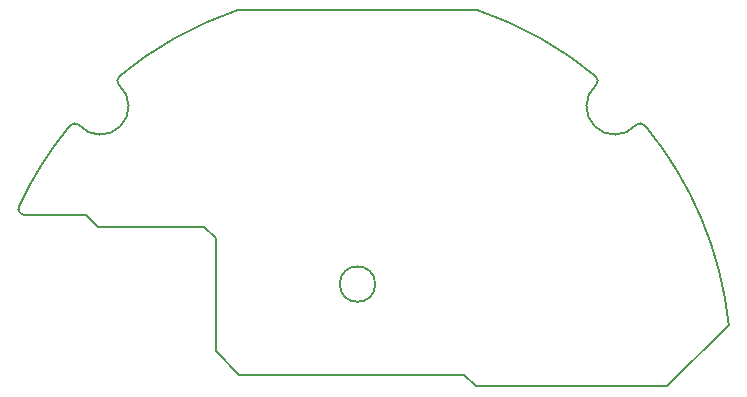
<source format=gbr>
%TF.GenerationSoftware,KiCad,Pcbnew,9.0.4*%
%TF.CreationDate,2025-10-28T17:49:17+05:30*%
%TF.ProjectId,PCB,5043422e-6b69-4636-9164-5f7063625858,rev?*%
%TF.SameCoordinates,Original*%
%TF.FileFunction,Profile,NP*%
%FSLAX46Y46*%
G04 Gerber Fmt 4.6, Leading zero omitted, Abs format (unit mm)*
G04 Created by KiCad (PCBNEW 9.0.4) date 2025-10-28 17:49:17*
%MOMM*%
%LPD*%
G01*
G04 APERTURE LIST*
%TA.AperFunction,Profile*%
%ADD10C,0.200000*%
%TD*%
G04 APERTURE END LIST*
D10*
X184327790Y-61458528D02*
G75*
G02*
X191427704Y-78330050I-24327390J-20167172D01*
G01*
X147000054Y-70025860D02*
X148000054Y-71025860D01*
X131793654Y-69025860D02*
X137000054Y-69025860D01*
X139832722Y-57298124D02*
G75*
G02*
X149775088Y-51725869I20167378J-24327876D01*
G01*
X183569770Y-61444757D02*
G75*
G02*
X180181144Y-58056129I-1790770J1597857D01*
G01*
X148000054Y-71025860D02*
X148000054Y-80557709D01*
X183569770Y-61444757D02*
G75*
G02*
X184327839Y-61458488I373130J-332843D01*
G01*
X161500054Y-74900000D02*
G75*
G02*
X158500054Y-74900000I-1500000J0D01*
G01*
X158500054Y-74900000D02*
G75*
G02*
X161500054Y-74900000I1500000J0D01*
G01*
X139818951Y-58056144D02*
G75*
G02*
X136430334Y-61444761I-1597801J-1790816D01*
G01*
X135672318Y-61458528D02*
G75*
G02*
X136430282Y-61444807I384882J-319072D01*
G01*
X180167386Y-57298124D02*
G75*
G02*
X180181203Y-58056196I-318986J-384976D01*
G01*
X170225026Y-51725860D02*
G75*
G02*
X180167398Y-57298110I-10224826J-29899840D01*
G01*
X131340193Y-68315249D02*
G75*
G02*
X135672316Y-61458526I28660107J-13310751D01*
G01*
X137000054Y-69025860D02*
X138000054Y-70025860D01*
X186200054Y-83557705D02*
X191427710Y-78330049D01*
X169000054Y-82557705D02*
X170000054Y-83557705D01*
X139818951Y-58056144D02*
G75*
G02*
X139832761Y-57298171I333049J373044D01*
G01*
X131793654Y-69025860D02*
G75*
G02*
X131340186Y-68315246I-54J499960D01*
G01*
X150000054Y-82557709D02*
X169000054Y-82557709D01*
X170225026Y-51725860D02*
X149775085Y-51725860D01*
X148000054Y-80557709D02*
X150000054Y-82557709D01*
X138000054Y-70025860D02*
X147000054Y-70025860D01*
X170000054Y-83557705D02*
X186200054Y-83557705D01*
M02*

</source>
